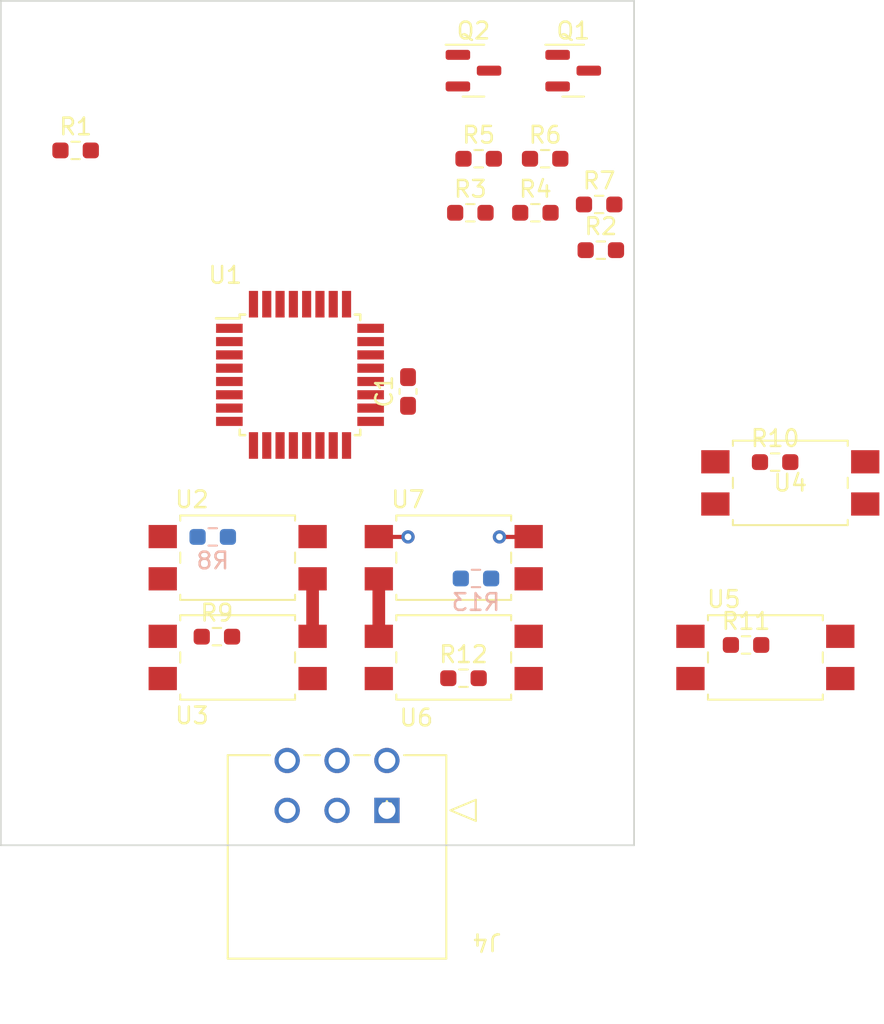
<source format=kicad_pcb>
(kicad_pcb (version 20211014) (generator pcbnew)
  (layers (0 "F.Cu" signal) (1 "In1.Cu" signal) (2 "In2.Cu" signal) (31 "B.Cu" signal) (34 "B.Paste" user) (35 "F.Paste" user) (36 "B.SilkS" user "B.Silkscreen") (37 "F.SilkS" user "F.Silkscreen") (38 "B.Mask" user) (39 "F.Mask" user) (44 "Edge.Cuts" user))
  (net 0 "")
  (net 2 "GND")
  (net 3 "+5V")
  (net 13 "/TEC SW 3")
  (net 14 "/FAN 0 PWR")
  (net 15 "/FAN 1 PWR")
  (net 16 "+3.3V")
  (net 17 "/PROG MOSI")
  (net 18 "/PROG MISO")
  (net 19 "/PROG SCK")
  (net 20 "/SDA")
  (net 21 "/SCL")
  (net 22 "Net-(J1-Pad4)")
  (net 23 "/TEC SW 0")
  (net 24 "/TEC SW 1")
  (net 25 "/TEC SW 2")
  (net 26 "/TEC+")
  (net 27 "/TEC-")
  (net 28 "Net-(J1-Pad3)")
  (net 29 "/PROG RST")
  (net 30 "Net-(R8-Pad1)")
  (net 31 "Net-(R9-Pad1)")
  (net 32 "Net-(R10-Pad1)")
  (net 33 "/FAN 0 CTRL")
  (net 34 "Net-(R11-Pad1)")
  (net 35 "/FAN 1 CTRL")
  (net 36 "Net-(R12-Pad2)")
  (net 37 "Net-(R13-Pad2)")
  (footprint "bryce-kellogg-personal:R_0603_1608Metric_Pad0.98x0.95mm_HandSolder" (layer "F.Cu") (at 4.5 9)
    (fp_text reference "R1" (at 0 -1.43) (layer "F.SilkS"))
    (fp_text value "R_US")
    (fp_line (start -0.254724 0.5225) (end 0.254724 0.5225) (layer "F.SilkS") (width 0.12))
    (fp_line (start -0.254724 -0.5225) (end 0.254724 -0.5225) (layer "F.SilkS") (width 0.12))
    (pad "1" smd roundrect (at -0.9125 0) (size 0.975 0.95) (layers "F.Cu" "F.Paste" "F.Mask") (net 3 "+5V"))
    (pad "2" smd roundrect (at 0.9125 0) (size 0.975 0.95) (layers "F.Cu" "F.Paste" "F.Mask") (net 29 "/PROG RST"))
  )
  (footprint "bryce-kellogg-personal:R_0603_1608Metric_Pad0.98x0.95mm_HandSolder" (layer "F.Cu") (at 36 12.25)
    (fp_text reference "R7" (at 0 -1.43) (layer "F.SilkS"))
    (fp_text value "R_US")
    (fp_line (start -0.254724 -0.5225) (end 0.254724 -0.5225) (layer "F.SilkS") (width 0.12))
    (fp_line (start -0.254724 0.5225) (end 0.254724 0.5225) (layer "F.SilkS") (width 0.12))
    (pad "1" smd roundrect (at -0.9125 0) (size 0.975 0.95) (layers "F.Cu" "F.Paste" "F.Mask") (net 16 "+3.3V"))
    (pad "2" smd roundrect (at 0.9125 0) (size 0.975 0.95) (layers "F.Cu" "F.Paste" "F.Mask") (net 28 "Net-(J1-Pad3)"))
  )
  (footprint "bryce-kellogg-personal:TLP241A" (layer "F.Cu") (at 27.25 39.5 180)
    (fp_text reference "U6" (at 2.25 -3.63) (layer "F.SilkS"))
    (fp_text value "TLP241A" hide)
    (fp_line (start -3.4544 -0.308012) (end -3.4544 0.308012) (layer "F.SilkS") (width 0.12))
    (fp_line (start -3.4544 -2.54) (end -3.4544 -2.231988) (layer "F.SilkS") (width 0.12))
    (fp_line (start 3.4544 2.54) (end 3.4544 2.231988) (layer "F.SilkS") (width 0.12))
    (fp_line (start 3.4544 0.308012) (end 3.4544 -0.308012) (layer "F.SilkS") (width 0.12))
    (fp_line (start -3.4544 2.54) (end 3.4544 2.54) (layer "F.SilkS") (width 0.12))
    (fp_line (start 3.4544 -2.231988) (end 3.4544 -2.54) (layer "F.SilkS") (width 0.12))
    (fp_line (start -3.4544 2.231988) (end -3.4544 2.54) (layer "F.SilkS") (width 0.12))
    (fp_line (start 3.4544 -2.54) (end -3.4544 -2.54) (layer "F.SilkS") (width 0.12))
    (pad "1" smd rect (at -4.5085 -1.27 180) (size 1.7018 1.397) (layers "F.Cu" "F.Paste" "F.Mask") (net 36 "Net-(R12-Pad2)"))
    (pad "2" smd rect (at -4.5085 1.27 180) (size 1.7018 1.397) (layers "F.Cu" "F.Paste" "F.Mask") (net 2 "GND"))
    (pad "3" smd rect (at 4.5085 1.27 180) (size 1.7018 1.397) (layers "F.Cu" "F.Paste" "F.Mask") (net 27 "/TEC-"))
    (pad "4" smd rect (at 4.5085 -1.27 180) (size 1.7018 1.397) (layers "F.Cu" "F.Paste" "F.Mask") (net 3 "+5V"))
  )
  (footprint "bryce-kellogg-personal:TLP241A" (layer "F.Cu") (at 47.5 29)
    (fp_text reference "U4" (at 0 0) (layer "F.SilkS"))
    (fp_text value "TLP241A" hide)
    (fp_line (start 3.4544 -2.231988) (end 3.4544 -2.54) (layer "F.SilkS") (width 0.12))
    (fp_line (start -3.4544 -2.54) (end -3.4544 -2.231988) (layer "F.SilkS") (width 0.12))
    (fp_line (start 3.4544 -2.54) (end -3.4544 -2.54) (layer "F.SilkS") (width 0.12))
    (fp_line (start 3.4544 2.54) (end 3.4544 2.231988) (layer "F.SilkS") (width 0.12))
    (fp_line (start -3.4544 2.54) (end 3.4544 2.54) (layer "F.SilkS") (width 0.12))
    (fp_line (start 3.4544 0.308012) (end 3.4544 -0.308012) (layer "F.SilkS") (width 0.12))
    (fp_line (start -3.4544 -0.308012) (end -3.4544 0.308012) (layer "F.SilkS") (width 0.12))
    (fp_line (start -3.4544 2.231988) (end -3.4544 2.54) (layer "F.SilkS") (width 0.12))
    (pad "1" smd rect (at -4.5085 -1.27) (size 1.7018 1.397) (layers "F.Cu" "F.Paste" "F.Mask") (net 32 "Net-(R10-Pad1)"))
    (pad "2" smd rect (at -4.5085 1.27) (size 1.7018 1.397) (layers "F.Cu" "F.Paste" "F.Mask") (net 2 "GND"))
    (pad "3" smd rect (at 4.5085 1.27) (size 1.7018 1.397) (layers "F.Cu" "F.Paste" "F.Mask") (net 14 "/FAN 0 PWR"))
    (pad "4" smd rect (at 4.5085 -1.27) (size 1.7018 1.397) (layers "F.Cu" "F.Paste" "F.Mask") (net 3 "+5V"))
  )
  (footprint "bryce-kellogg-personal:Micro-Fit 2x3" (layer "F.Cu") (at 20.228502 50.02)
    (fp_text reference "J4" (at 9.021498 6.596833 -180 unlocked) (layer "F.SilkS"))
    (fp_text value "Micro-Fit 2x3")
    (fp_text user "*" (at 2.999999 -1.319999) (layer "F.SilkS"))
    (fp_line (start -4.031544 -4.64) (end -6.574988 -4.64) (layer "F.SilkS") (width 0.12))
    (fp_line (start -6.574988 -4.64) (end -6.574988 7.600001) (layer "F.SilkS") (width 0.12))
    (fp_line (start 6.574985 7.600001) (end 6.574985 -4.64) (layer "F.SilkS") (width 0.12))
    (fp_line (start 6.574985 -4.64) (end 4.031544 -4.64) (layer "F.SilkS") (width 0.12))
    (fp_line (start 8.352985 -0.684999) (end 6.828985 -1.319999) (layer "F.SilkS") (width 0.12))
    (fp_line (start -6.574988 7.600001) (end 6.574985 7.600001) (layer "F.SilkS") (width 0.12))
    (fp_line (start 8.352985 -1.954999) (end 8.352985 -0.684999) (layer "F.SilkS") (width 0.12))
    (fp_line (start -1.031545 -4.64) (end -1.968454 -4.64) (layer "F.SilkS") (width 0.12))
    (fp_line (start 6.828985 -1.319999) (end 8.352985 -1.954999) (layer "F.SilkS") (width 0.12))
    (fp_line (start 1.968454 -4.64) (end 1.031545 -4.64) (layer "F.SilkS") (width 0.12))
    (pad "" np_thru_hole circle (at 0 3) (size 2.999999 2.999999) (drill 2.999999) (layers *.Cu *.Mask))
    (pad "1" thru_hole rect (at 2.999999 -1.319999) (size 1.52 1.52) (drill 1.02) (layers *.Cu *.Mask))
    (pad "2" thru_hole circle (at 0 -1.319999) (size 1.52 1.52) (drill 1.02) (layers *.Cu *.Mask) (net 14 "/FAN 0 PWR"))
    (pad "3" thru_hole circle (at -2.999999 -1.319999) (size 1.52 1.52) (drill 1.02) (layers *.Cu *.Mask) (net 15 "/FAN 1 PWR"))
    (pad "4" thru_hole circle (at 2.999999 -4.319998) (size 1.52 1.52) (drill 1.02) (layers *.Cu *.Mask) (net 26 "/TEC+"))
    (pad "5" thru_hole circle (at 0 -4.319998) (size 1.52 1.52) (drill 1.02) (layers *.Cu *.Mask) (net 27 "/TEC-"))
    (pad "6" thru_hole circle (at -2.999999 -4.319998) (size 1.52 1.52) (drill 1.02) (layers *.Cu *.Mask) (net 2 "GND"))
  )
  (footprint "Package_TO_SOT_SMD:SOT-23" (layer "F.Cu") (at 28.4375 4.2)
    (fp_text reference "Q2" (at 0 -2.4) (layer "F.SilkS"))
    (fp_text value "BSS138")
    (fp_line (start 0 1.56) (end 0.65 1.56) (layer "F.SilkS") (width 0.12))
    (fp_line (start 0 -1.56) (end -1.675 -1.56) (layer "F.SilkS") (width 0.12))
    (fp_line (start 0 -1.56) (end 0.65 -1.56) (layer "F.SilkS") (width 0.12))
    (fp_line (start 0 1.56) (end -0.65 1.56) (layer "F.SilkS") (width 0.12))
    (pad "1" smd roundrect (at -0.9375 -0.95) (size 1.475 0.6) (layers "F.Cu" "F.Paste" "F.Mask") (net 16 "+3.3V"))
    (pad "2" smd roundrect (at -0.9375 0.95) (size 1.475 0.6) (layers "F.Cu" "F.Paste" "F.Mask") (net 28 "Net-(J1-Pad3)"))
    (pad "3" smd roundrect (at 0.9375 0) (size 1.475 0.6) (layers "F.Cu" "F.Paste" "F.Mask") (net 20 "/SDA"))
  )
  (footprint "bryce-kellogg-personal:R_0603_1608Metric_Pad0.98x0.95mm_HandSolder" (layer "F.Cu") (at 46.5875 27.75)
    (fp_text reference "R10" (at 0 -1.43) (layer "F.SilkS"))
    (fp_text value "R_US")
    (fp_line (start -0.254724 0.5225) (end 0.254724 0.5225) (layer "F.SilkS") (width 0.12))
    (fp_line (start -0.254724 -0.5225) (end 0.254724 -0.5225) (layer "F.SilkS") (width 0.12))
    (pad "1" smd roundrect (at -0.9125 0) (size 0.975 0.95) (layers "F.Cu" "F.Paste" "F.Mask") (net 32 "Net-(R10-Pad1)"))
    (pad "2" smd roundrect (at 0.9125 0) (size 0.975 0.95) (layers "F.Cu" "F.Paste" "F.Mask") (net 33 "/FAN 0 CTRL"))
  )
  (footprint "bryce-kellogg-personal:R_0603_1608Metric_Pad0.98x0.95mm_HandSolder" (layer "F.Cu") (at 32.1625 12.75)
    (fp_text reference "R4" (at 0 -1.43) (layer "F.SilkS"))
    (fp_text value "R_US")
    (fp_line (start -0.254724 -0.5225) (end 0.254724 -0.5225) (layer "F.SilkS") (width 0.12))
    (fp_line (start -0.254724 0.5225) (end 0.254724 0.5225) (layer "F.SilkS") (width 0.12))
    (pad "1" smd roundrect (at -0.9125 0) (size 0.975 0.95) (layers "F.Cu" "F.Paste" "F.Mask") (net 3 "+5V"))
    (pad "2" smd roundrect (at 0.9125 0) (size 0.975 0.95) (layers "F.Cu" "F.Paste" "F.Mask") (net 21 "/SCL"))
  )
  (footprint "Package_QFP:TQFP-32_7x7mm_P0.8mm" (layer "F.Cu") (at 18 22.5)
    (fp_text reference "U1" (at -4.5 -6) (layer "F.SilkS"))
    (fp_text value "ATmega8L-8A")
    (fp_line (start -3.625 3.625) (end -3.625 3.3) (layer "F.SilkS") (width 0.15))
    (fp_line (start -3.625 -3.625) (end -3.625 -3.4) (layer "F.SilkS") (width 0.15))
    (fp_line (start 3.625 3.625) (end 3.3 3.625) (layer "F.SilkS") (width 0.15))
    (fp_line (start -3.625 -3.625) (end -3.3 -3.625) (layer "F.SilkS") (width 0.15))
    (fp_line (start 3.625 -3.625) (end 3.3 -3.625) (layer "F.SilkS") (width 0.15))
    (fp_line (start 3.625 3.625) (end 3.625 3.3) (layer "F.SilkS") (width 0.15))
    (fp_line (start -3.625 3.625) (end -3.3 3.625) (layer "F.SilkS") (width 0.15))
    (fp_line (start 3.625 -3.625) (end 3.625 -3.3) (layer "F.SilkS") (width 0.15))
    (fp_line (start -3.625 -3.4) (end -5.05 -3.4) (layer "F.SilkS") (width 0.15))
    (pad "1" smd rect (at -4.25 -2.8) (size 1.6 0.55) (layers "F.Cu" "F.Paste" "F.Mask") (net 13 "/TEC SW 3"))
    (pad "2" smd rect (at -4.25 -2) (size 1.6 0.55) (layers "F.Cu" "F.Paste" "F.Mask"))
    (pad "3" smd rect (at -4.25 -1.2) (size 1.6 0.55) (layers "F.Cu" "F.Paste" "F.Mask") (net 2 "GND"))
    (pad "4" smd rect (at -4.25 -0.4) (size 1.6 0.55) (layers "F.Cu" "F.Paste" "F.Mask") (net 3 "+5V"))
    (pad "5" smd rect (at -4.25 0.4) (size 1.6 0.55) (layers "F.Cu" "F.Paste" "F.Mask") (net 2 "GND"))
    (pad "6" smd rect (at -4.25 1.2) (size 1.6 0.55) (layers "F.Cu" "F.Paste" "F.Mask") (net 3 "+5V"))
    (pad "7" smd rect (at -4.25 2) (size 1.6 0.55) (layers "F.Cu" "F.Paste" "F.Mask"))
    (pad "8" smd rect (at -4.25 2.8) (size 1.6 0.55) (layers "F.Cu" "F.Paste" "F.Mask"))
    (pad "9" smd rect (at -2.8 4.25 90) (size 1.6 0.55) (layers "F.Cu" "F.Paste" "F.Mask"))
    (pad "10" smd rect (at -2 4.25 90) (size 1.6 0.55) (layers "F.Cu" "F.Paste" "F.Mask"))
    (pad "11" smd rect (at -1.2 4.25 90) (size 1.6 0.55) (layers "F.Cu" "F.Paste" "F.Mask"))
    (pad "12" smd rect (at -0.4 4.25 90) (size 1.6 0.55) (layers "F.Cu" "F.Paste" "F.Mask"))
    (pad "13" smd rect (at 0.4 4.25 90) (size 1.6 0.55) (layers "F.Cu" "F.Paste" "F.Mask") (net 35 "/FAN 1 CTRL"))
    (pad "14" smd rect (at 1.2 4.25 90) (size 1.6 0.55) (layers "F.Cu" "F.Paste" "F.Mask") (net 33 "/FAN 0 CTRL"))
    (pad "15" smd rect (at 2 4.25 90) (size 1.6 0.55) (layers "F.Cu" "F.Paste" "F.Mask") (net 17 "/PROG MOSI"))
    (pad "16" smd rect (at 2.8 4.25 90) (size 1.6 0.55) (layers "F.Cu" "F.Paste" "F.Mask") (net 18 "/PROG MISO"))
    (pad "17" smd rect (at 4.25 2.8) (size 1.6 0.55) (layers "F.Cu" "F.Paste" "F.Mask") (net 19 "/PROG SCK"))
    (pad "18" smd rect (at 4.25 2) (size 1.6 0.55) (layers "F.Cu" "F.Paste" "F.Mask") (net 3 "+5V"))
    (pad "19" smd rect (at 4.25 1.2) (size 1.6 0.55) (layers "F.Cu" "F.Paste" "F.Mask"))
    (pad "20" smd rect (at 4.25 0.4) (size 1.6 0.55) (layers "F.Cu" "F.Paste" "F.Mask"))
    (pad "21" smd rect (at 4.25 -0.4) (size 1.6 0.55) (layers "F.Cu" "F.Paste" "F.Mask") (net 2 "GND"))
    (pad "22" smd rect (at 4.25 -1.2) (size 1.6 0.55) (layers "F.Cu" "F.Paste" "F.Mask"))
    (pad "23" smd rect (at 4.25 -2) (size 1.6 0.55) (layers "F.Cu" "F.Paste" "F.Mask"))
    (pad "24" smd rect (at 4.25 -2.8) (size 1.6 0.55) (layers "F.Cu" "F.Paste" "F.Mask"))
    (pad "25" smd rect (at 2.8 -4.25 90) (size 1.6 0.55) (layers "F.Cu" "F.Paste" "F.Mask"))
    (pad "26" smd rect (at 2 -4.25 90) (size 1.6 0.55) (layers "F.Cu" "F.Paste" "F.Mask"))
    (pad "27" smd rect (at 1.2 -4.25 90) (size 1.6 0.55) (layers "F.Cu" "F.Paste" "F.Mask") (net 20 "/SDA"))
    (pad "28" smd rect (at 0.4 -4.25 90) (size 1.6 0.55) (layers "F.Cu" "F.Paste" "F.Mask") (net 21 "/SCL"))
    (pad "29" smd rect (at -0.4 -4.25 90) (size 1.6 0.55) (layers "F.Cu" "F.Paste" "F.Mask") (net 29 "/PROG RST"))
    (pad "30" smd rect (at -1.2 -4.25 90) (size 1.6 0.55) (layers "F.Cu" "F.Paste" "F.Mask") (net 23 "/TEC SW 0"))
    (pad "31" smd rect (at -2 -4.25 90) (size 1.6 0.55) (layers "F.Cu" "F.Paste" "F.Mask") (net 24 "/TEC SW 1"))
    (pad "32" smd rect (at -2.8 -4.25 90) (size 1.6 0.55) (layers "F.Cu" "F.Paste" "F.Mask") (net 25 "/TEC SW 2"))
  )
  (footprint "bryce-kellogg-personal:R_0603_1608Metric_Pad0.98x0.95mm_HandSolder" (layer "F.Cu") (at 36.1 15)
    (fp_text reference "R2" (at 0 -1.43) (layer "F.SilkS"))
    (fp_text value "R_US")
    (fp_line (start -0.254724 0.5225) (end 0.254724 0.5225) (layer "F.SilkS") (width 0.12))
    (fp_line (start -0.254724 -0.5225) (end 0.254724 -0.5225) (layer "F.SilkS") (width 0.12))
    (pad "1" smd roundrect (at -0.9125 0) (size 0.975 0.95) (layers "F.Cu" "F.Paste" "F.Mask") (net 3 "+5V"))
    (pad "2" smd roundrect (at 0.9125 0) (size 0.975 0.95) (layers "F.Cu" "F.Paste" "F.Mask") (net 20 "/SDA"))
  )
  (footprint "bryce-kellogg-personal:C_0603_1608Metric_Pad1.08x0.95mm_HandSolder" (layer "F.Cu") (at 24.5 23.5 90)
    (fp_text reference "C1" (at 0 -1.43 90) (layer "F.SilkS"))
    (fp_text value "C_Small")
    (fp_line (start -0.146267 -0.51) (end 0.146267 -0.51) (layer "F.SilkS") (width 0.12))
    (fp_line (start -0.146267 0.51) (end 0.146267 0.51) (layer "F.SilkS") (width 0.12))
    (pad "1" smd roundrect (at -0.8625 0 90) (size 1.075 0.95) (layers "F.Cu" "F.Paste" "F.Mask") (net 3 "+5V"))
    (pad "2" smd roundrect (at 0.8625 0 90) (size 1.075 0.95) (layers "F.Cu" "F.Paste" "F.Mask") (net 2 "GND"))
  )
  (footprint "bryce-kellogg-personal:TLP241A" (layer "F.Cu") (at 46 39.5)
    (fp_text reference "U5" (at -2.5 -3.5) (layer "F.SilkS"))
    (fp_text value "TLP241A" hide)
    (fp_line (start 3.4544 0.308012) (end 3.4544 -0.308012) (layer "F.SilkS") (width 0.12))
    (fp_line (start -3.4544 -2.54) (end -3.4544 -2.231988) (layer "F.SilkS") (width 0.12))
    (fp_line (start 3.4544 -2.231988) (end 3.4544 -2.54) (layer "F.SilkS") (width 0.12))
    (fp_line (start -3.4544 -0.308012) (end -3.4544 0.308012) (layer "F.SilkS") (width 0.12))
    (fp_line (start 3.4544 -2.54) (end -3.4544 -2.54) (layer "F.SilkS") (width 0.12))
    (fp_line (start -3.4544 2.54) (end 3.4544 2.54) (layer "F.SilkS") (width 0.12))
    (fp_line (start -3.4544 2.231988) (end -3.4544 2.54) (layer "F.SilkS") (width 0.12))
    (fp_line (start 3.4544 2.54) (end 3.4544 2.231988) (layer "F.SilkS") (width 0.12))
    (pad "1" smd rect (at -4.5085 -1.27) (size 1.7018 1.397) (layers "F.Cu" "F.Paste" "F.Mask") (net 34 "Net-(R11-Pad1)"))
    (pad "2" smd rect (at -4.5085 1.27) (size 1.7018 1.397) (layers "F.Cu" "F.Paste" "F.Mask") (net 2 "GND"))
    (pad "3" smd rect (at 4.5085 1.27) (size 1.7018 1.397) (layers "F.Cu" "F.Paste" "F.Mask") (net 15 "/FAN 1 PWR"))
    (pad "4" smd rect (at 4.5085 -1.27) (size 1.7018 1.397) (layers "F.Cu" "F.Paste" "F.Mask") (net 3 "+5V"))
  )
  (footprint "bryce-kellogg-personal:R_0603_1608Metric_Pad0.98x0.95mm_HandSolder" (layer "F.Cu") (at 44.8375 38.75)
    (fp_text reference "R11" (at 0 -1.43) (layer "F.SilkS"))
    (fp_text value "R_US")
    (fp_line (start -0.254724 -0.5225) (end 0.254724 -0.5225) (layer "F.SilkS") (width 0.12))
    (fp_line (start -0.254724 0.5225) (end 0.254724 0.5225) (layer "F.SilkS") (width 0.12))
    (pad "1" smd roundrect (at -0.9125 0) (size 0.975 0.95) (layers "F.Cu" "F.Paste" "F.Mask") (net 34 "Net-(R11-Pad1)"))
    (pad "2" smd roundrect (at 0.9125 0) (size 0.975 0.95) (layers "F.Cu" "F.Paste" "F.Mask") (net 35 "/FAN 1 CTRL"))
  )
  (footprint "bryce-kellogg-personal:TLP241A" (layer "F.Cu") (at 27.25 33.5 180)
    (fp_text reference "U7" (at 2.75 3.5) (layer "F.SilkS"))
    (fp_text value "TLP241A" hide)
    (fp_line (start 3.4544 -2.54) (end -3.4544 -2.54) (layer "F.SilkS") (width 0.12))
    (fp_line (start -3.4544 2.231988) (end -3.4544 2.54) (layer "F.SilkS") (width 0.12))
    (fp_line (start -3.4544 -0.308012) (end -3.4544 0.308012) (layer "F.SilkS") (width 0.12))
    (fp_line (start 3.4544 0.308012) (end 3.4544 -0.308012) (layer "F.SilkS") (width 0.12))
    (fp_line (start 3.4544 2.54) (end 3.4544 2.231988) (layer "F.SilkS") (width 0.12))
    (fp_line (start -3.4544 -2.54) (end -3.4544 -2.231988) (layer "F.SilkS") (width 0.12))
    (fp_line (start 3.4544 -2.231988) (end 3.4544 -2.54) (layer "F.SilkS") (width 0.12))
    (fp_line (start -3.4544 2.54) (end 3.4544 2.54) (layer "F.SilkS") (width 0.12))
    (pad "1" smd rect (at -4.5085 -1.27 180) (size 1.7018 1.397) (layers "F.Cu" "F.Paste" "F.Mask") (net 37 "Net-(R13-Pad2)"))
    (pad "2" smd rect (at -4.5085 1.27 180) (size 1.7018 1.397) (layers "F.Cu" "F.Paste" "F.Mask") (net 2 "GND"))
    (pad "3" smd rect (at 4.5085 1.27 180) (size 1.7018 1.397) (layers "F.Cu" "F.Paste" "F.Mask") (net 2 "GND"))
    (pad "4" smd rect (at 4.5085 -1.27 180) (size 1.7018 1.397) (layers "F.Cu" "F.Paste" "F.Mask") (net 27 "/TEC-"))
  )
  (footprint "bryce-kellogg-personal:R_0603_1608Metric_Pad0.98x0.95mm_HandSolder" (layer "F.Cu") (at 28.25 12.75)
    (fp_text reference "R3" (at 0 -1.43) (layer "F.SilkS"))
    (fp_text value "R_US")
    (fp_line (start -0.254724 0.5225) (end 0.254724 0.5225) (layer "F.SilkS") (width 0.12))
    (fp_line (start -0.254724 -0.5225) (end 0.254724 -0.5225) (layer "F.SilkS") (width 0.12))
    (pad "1" smd roundrect (at -0.9125 0) (size 0.975 0.95) (layers "F.Cu" "F.Paste" "F.Mask") (net 3 "+5V"))
    (pad "2" smd roundrect (at 0.9125 0) (size 0.975 0.95) (layers "F.Cu" "F.Paste" "F.Mask") (net 21 "/SCL"))
  )
  (footprint "bryce-kellogg-personal:R_0603_1608Metric_Pad0.98x0.95mm_HandSolder" (layer "F.Cu") (at 13 38.25)
    (fp_text reference "R9" (at 0 -1.43) (layer "F.SilkS"))
    (fp_text value "R_US")
    (fp_line (start -0.254724 0.5225) (end 0.254724 0.5225) (layer "F.SilkS") (width 0.12))
    (fp_line (start -0.254724 -0.5225) (end 0.254724 -0.5225) (layer "F.SilkS") (width 0.12))
    (pad "1" smd roundrect (at -0.9125 0) (size 0.975 0.95) (layers "F.Cu" "F.Paste" "F.Mask") (net 31 "Net-(R9-Pad1)"))
    (pad "2" smd roundrect (at 0.9125 0) (size 0.975 0.95) (layers "F.Cu" "F.Paste" "F.Mask") (net 24 "/TEC SW 1"))
  )
  (footprint "bryce-kellogg-personal:TLP241A" (layer "F.Cu") (at 14.25 39.5)
    (fp_text reference "U3" (at -2.75 3.5) (layer "F.SilkS"))
    (fp_text value "TLP241A" hide)
    (fp_line (start 3.4544 -2.54) (end -3.4544 -2.54) (layer "F.SilkS") (width 0.12))
    (fp_line (start -3.4544 2.231988) (end -3.4544 2.54) (layer "F.SilkS") (width 0.12))
    (fp_line (start 3.4544 0.308012) (end 3.4544 -0.308012) (layer "F.SilkS") (width 0.12))
    (fp_line (start -3.4544 2.54) (end 3.4544 2.54) (layer "F.SilkS") (width 0.12))
    (fp_line (start 3.4544 2.54) (end 3.4544 2.231988) (layer "F.SilkS") (width 0.12))
    (fp_line (start -3.4544 -2.54) (end -3.4544 -2.231988) (layer "F.SilkS") (width 0.12))
    (fp_line (start -3.4544 -0.308012) (end -3.4544 0.308012) (layer "F.SilkS") (width 0.12))
    (fp_line (start 3.4544 -2.231988) (end 3.4544 -2.54) (layer "F.SilkS") (width 0.12))
    (pad "1" smd rect (at -4.5085 -1.27) (size 1.7018 1.397) (layers "F.Cu" "F.Paste" "F.Mask") (net 31 "Net-(R9-Pad1)"))
    (pad "2" smd rect (at -4.5085 1.27) (size 1.7018 1.397) (layers "F.Cu" "F.Paste" "F.Mask") (net 2 "GND"))
    (pad "3" smd rect (at 4.5085 1.27) (size 1.7018 1.397) (layers "F.Cu" "F.Paste" "F.Mask") (net 2 "GND"))
    (pad "4" smd rect (at 4.5085 -1.27) (size 1.7018 1.397) (layers "F.Cu" "F.Paste" "F.Mask") (net 26 "/TEC+"))
  )
  (footprint "bryce-kellogg-personal:R_0603_1608Metric_Pad0.98x0.95mm_HandSolder" (layer "F.Cu") (at 32.75 9.5)
    (fp_text reference "R6" (at 0 -1.43) (layer "F.SilkS"))
    (fp_text value "R_US")
    (fp_line (start -0.254724 -0.5225) (end 0.254724 -0.5225) (layer "F.SilkS") (width 0.12))
    (fp_line (start -0.254724 0.5225) (end 0.254724 0.5225) (layer "F.SilkS") (width 0.12))
    (pad "1" smd roundrect (at -0.9125 0) (size 0.975 0.95) (layers "F.Cu" "F.Paste" "F.Mask") (net 16 "+3.3V"))
    (pad "2" smd roundrect (at 0.9125 0) (size 0.975 0.95) (layers "F.Cu" "F.Paste" "F.Mask") (net 22 "Net-(J1-Pad4)"))
  )
  (footprint "Package_TO_SOT_SMD:SOT-23" (layer "F.Cu") (at 34.4375 4.2)
    (fp_text reference "Q1" (at 0 -2.4) (layer "F.SilkS"))
    (fp_text value "BSS138")
    (fp_line (start 0 1.56) (end 0.65 1.56) (layer "F.SilkS") (width 0.12))
    (fp_line (start 0 1.56) (end -0.65 1.56) (layer "F.SilkS") (width 0.12))
    (fp_line (start 0 -1.56) (end 0.65 -1.56) (layer "F.SilkS") (width 0.12))
    (fp_line (start 0 -1.56) (end -1.675 -1.56) (layer "F.SilkS") (width 0.12))
    (pad "1" smd roundrect (at -0.9375 -0.95) (size 1.475 0.6) (layers "F.Cu" "F.Paste" "F.Mask") (net 16 "+3.3V"))
    (pad "2" smd roundrect (at -0.9375 0.95) (size 1.475 0.6) (layers "F.Cu" "F.Paste" "F.Mask") (net 22 "Net-(J1-Pad4)"))
    (pad "3" smd roundrect (at 0.9375 0) (size 1.475 0.6) (layers "F.Cu" "F.Paste" "F.Mask") (net 21 "/SCL"))
  )
  (footprint "bryce-kellogg-personal:TLP241A" (layer "F.Cu") (at 14.25 33.5)
    (fp_text reference "U2" (at -2.75 -3.5) (layer "F.SilkS"))
    (fp_text value "TLP241A" hide)
    (fp_line (start -3.4544 -0.308012) (end -3.4544 0.308012) (layer "F.SilkS") (width 0.12))
    (fp_line (start -3.4544 2.54) (end 3.4544 2.54) (layer "F.SilkS") (width 0.12))
    (fp_line (start 3.4544 -2.231988) (end 3.4544 -2.54) (layer "F.SilkS") (width 0.12))
    (fp_line (start -3.4544 -2.54) (end -3.4544 -2.231988) (layer "F.SilkS") (width 0.12))
    (fp_line (start -3.4544 2.231988) (end -3.4544 2.54) (layer "F.SilkS") (width 0.12))
    (fp_line (start 3.4544 -2.54) (end -3.4544 -2.54) (layer "F.SilkS") (width 0.12))
    (fp_line (start 3.4544 2.54) (end 3.4544 2.231988) (layer "F.SilkS") (width 0.12))
    (fp_line (start 3.4544 0.308012) (end 3.4544 -0.308012) (layer "F.SilkS") (width 0.12))
    (pad "1" smd rect (at -4.5085 -1.27) (size 1.7018 1.397) (layers "F.Cu" "F.Paste" "F.Mask") (net 30 "Net-(R8-Pad1)"))
    (pad "2" smd rect (at -4.5085 1.27) (size 1.7018 1.397) (layers "F.Cu" "F.Paste" "F.Mask") (net 2 "GND"))
    (pad "3" smd rect (at 4.5085 1.27) (size 1.7018 1.397) (layers "F.Cu" "F.Paste" "F.Mask") (net 26 "/TEC+"))
    (pad "4" smd rect (at 4.5085 -1.27) (size 1.7018 1.397) (layers "F.Cu" "F.Paste" "F.Mask") (net 3 "+5V"))
  )
  (footprint "bryce-kellogg-personal:R_0603_1608Metric_Pad0.98x0.95mm_HandSolder" (layer "F.Cu") (at 27.8375 40.75)
    (fp_text reference "R12" (at 0 -1.43) (layer "F.SilkS"))
    (fp_text value "R_US")
    (fp_line (start -0.254724 0.5225) (end 0.254724 0.5225) (layer "F.SilkS") (width 0.12))
    (fp_line (start -0.254724 -0.5225) (end 0.254724 -0.5225) (layer "F.SilkS") (width 0.12))
    (pad "1" smd roundrect (at -0.9125 0) (size 0.975 0.95) (layers "F.Cu" "F.Paste" "F.Mask") (net 25 "/TEC SW 2"))
    (pad "2" smd roundrect (at 0.9125 0) (size 0.975 0.95) (layers "F.Cu" "F.Paste" "F.Mask") (net 36 "Net-(R12-Pad2)"))
  )
  (footprint "bryce-kellogg-personal:R_0603_1608Metric_Pad0.98x0.95mm_HandSolder" (layer "F.Cu") (at 28.75 9.5)
    (fp_text reference "R5" (at 0 -1.43) (layer "F.SilkS"))
    (fp_text value "R_US")
    (fp_line (start -0.254724 0.5225) (end 0.254724 0.5225) (layer "F.SilkS") (width 0.12))
    (fp_line (start -0.254724 -0.5225) (end 0.254724 -0.5225) (layer "F.SilkS") (width 0.12))
    (pad "1" smd roundrect (at -0.9125 0) (size 0.975 0.95) (layers "F.Cu" "F.Paste" "F.Mask") (net 3 "+5V"))
    (pad "2" smd roundrect (at 0.9125 0) (size 0.975 0.95) (layers "F.Cu" "F.Paste" "F.Mask") (net 20 "/SDA"))
  )
  (footprint "bryce-kellogg-personal:R_0603_1608Metric_Pad0.98x0.95mm_HandSolder" (layer "B.Cu") (at 28.5875 34.75)
    (fp_text reference "R13" (at 0 1.43) (layer "B.SilkS") (effects (justify mirror)))
    (fp_text value "R_US" hide)
    (fp_line (start -0.254724 0.5225) (end 0.254724 0.5225) (layer "B.SilkS") (width 0.12))
    (fp_line (start -0.254724 -0.5225) (end 0.254724 -0.5225) (layer "B.SilkS") (width 0.12))
    (pad "1" smd roundrect (at -0.9125 0) (size 0.975 0.95) (layers "B.Cu" "B.Paste" "B.Mask") (net 13 "/TEC SW 3"))
    (pad "2" smd roundrect (at 0.9125 0) (size 0.975 0.95) (layers "B.Cu" "B.Paste" "B.Mask") (net 37 "Net-(R13-Pad2)"))
  )
  (footprint "bryce-kellogg-personal:R_0603_1608Metric_Pad0.98x0.95mm_HandSolder" (layer "B.Cu") (at 12.75 32.25)
    (fp_text reference "R8" (at 0 1.43) (layer "B.SilkS") (effects (justify mirror)))
    (fp_text value "R_US" hide)
    (fp_line (start -0.254724 -0.5225) (end 0.254724 -0.5225) (layer "B.SilkS") (width 0.12))
    (fp_line (start -0.254724 0.5225) (end 0.254724 0.5225) (layer "B.SilkS") (width 0.12))
    (pad "1" smd roundrect (at -0.9125 0) (size 0.975 0.95) (layers "B.Cu" "B.Paste" "B.Mask") (net 30 "Net-(R8-Pad1)"))
    (pad "2" smd roundrect (at 0.9125 0) (size 0.975 0.95) (layers "B.Cu" "B.Paste" "B.Mask") (net 23 "/TEC SW 0"))
  )
  (gr_line locked (start 0 0) (end 0 50.8) (layer "Edge.Cuts") (width 0.1))
  (gr_line locked (start 0 0) (end 38.1 0) (layer "Edge.Cuts") (width 0.1))
  (gr_line locked (start 0 50.8) (end 38.1 50.8) (layer "Edge.Cuts") (width 0.1))
  (gr_line locked (start 38.1 50.8) (end 38.1 0) (layer "Edge.Cuts") (width 0.1))
  (segment (start 30 32.25) (end 31.7385 32.25) (width 0.25) (layer "F.Cu") (net 2))
  (segment (start 24.5 32.25) (end 22.7615 32.25) (width 0.25) (layer "F.Cu") (net 2))
  (segment (start 31.7385 32.25) (end 31.7585 32.23) (width 0.25) (layer "F.Cu") (net 2))
  (segment (start 22.7615 32.25) (end 22.7415 32.23) (width 0.25) (layer "F.Cu") (net 2))
  (via (at 24.5 32.25) (size 0.8) (drill 0.4) (layers "F.Cu" "B.Cu") (net 2))
  (via (at 30 32.25) (size 0.8) (drill 0.4) (layers "F.Cu" "B.Cu") (net 2))
  (segment (start 18.7585 34.77) (end 18.7585 38.23) (width 0.762) (layer "F.Cu") (net 26))
  (segment (start 22.7415 34.77) (end 22.7415 38.23) (width 0.762) (layer "F.Cu") (net 27))
)
</source>
